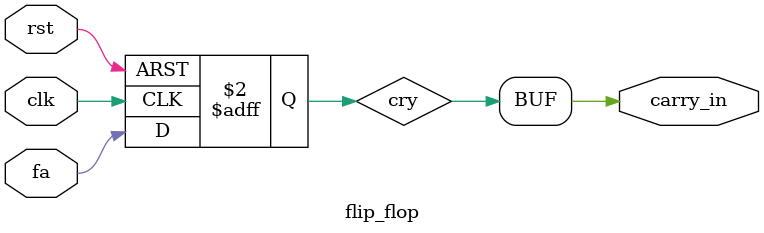
<source format=v>
`timescale 1ns / 1ps
module serial_adder(
  input [7:0] A,
  input [7:0] B,
  input rst,
  input clk,
  input strt,
  output [8:0] sum
);
   wire aw;
   wire bw;
   wire fa;
   wire sum_out;
   wire carry_in;
   
   
   wire load;
   wire enable;
   wire rstn;
  shift_register ashift(
    .clk(clk),
    .load(load),
    .enable(enable),
    .din(A),
    .dout(aw)
  );
  shift_register bshift(
    .clk(clk),
    .load(load),
    .enable(enable),
    .din(B),
    .dout(bw)
  );
  control_fsm control_fsm(
    .clk(clk),
    .rstn(rstn),
    .rst(rst),
    .strt(strt),
    .load(load),
    .enable(enable)
  );
  full_adder full_adder(
    .dina(bw),
    .dinb(aw),
    .sum_out(sum_out),
    .carry_in(carry_in),
    .fa(fa)
  );
  flip_flop flip_flop(
     .fa(fa),
     .clk(clk),
     .carry_in(carry_in),
     .rst(rst)
  );
  sum_reg sum_reg(
  .sum_out(sum_out),
  .rst(rst),
  .enable(enable),
  .clk(clk),
  .sum(sum)
  );
  endmodule
  
  module shift_register(
    input clk,
    input [7:0] din,
    input enable,
    input load,
    output dout
  );
    reg [7:0] register;
    always @(posedge clk)begin
      if (din==0)begin
        register <= 8'b0;
      end else begin
        register <= {1'b0, register[7:1]};
        register[0] <=din[0];
      end
    end 
    assign dout  =register;
    endmodule 
        
  module control_fsm(
   input strt,
   input clk,
   output reg load,
   output reg  rst,
   input rstn,
   output reg enable
  ); 
  always @(posedge clk)begin
   if(strt==1)begin
     enable <=1;
     load <=1;
   end else begin
     enable <=0;
     load <=0;
   end
   if (rstn==1)begin
     rst<=1;
   end else begin
      rst<=0;    
   end
  end
  endmodule
  module full_adder(
    input dina,
    input dinb,
    input carry_in,
    output reg fa,
    output reg sum_out 
  );          
  always @(dina ,dinb,carry_in) begin
    sum_out = dina+dinb+carry_in;
    fa = (dina & dinb) | (carry_in & (dina ^ dinb)); 
    end  
  endmodule
  
  module sum_reg(
    input sum_out,
    input clk,
    input enable,
    input rst,
    output [8:0] sum  
  );
    reg [8:0] regs;
    always @( posedge clk, posedge rst) begin
       if (rst)begin
          regs<=9'b0;
       end else if (enable) begin
          regs <= {regs[7:0], sum_out};
       end
    end   
    assign sum =regs;         
  endmodule      
  
  module flip_flop(
    input clk,
    input rst,
    input fa,
    output carry_in
  ); 
    reg cry;
    always @(posedge clk, posedge rst)begin
        if (rst) begin
           cry<=1'b0;
        end else begin
           cry<=fa;
        end    
    end       
    assign carry_in=cry;
    endmodule  
</source>
